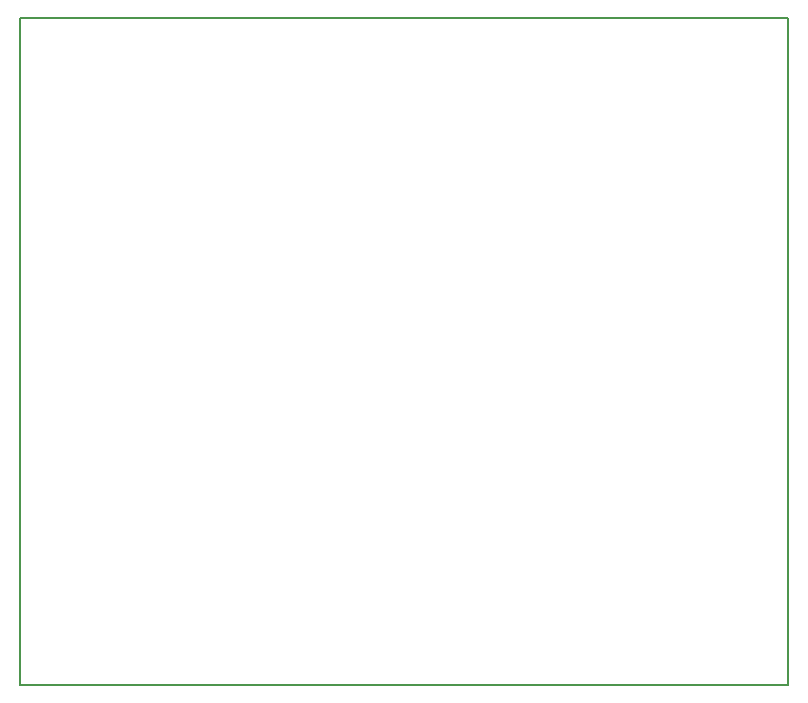
<source format=gbr>
G04 #@! TF.GenerationSoftware,KiCad,Pcbnew,(5.0.0)*
G04 #@! TF.CreationDate,2019-04-02T14:56:13-03:00*
G04 #@! TF.ProjectId,basic-hat,62617369632D6861742E6B696361645F,rev?*
G04 #@! TF.SameCoordinates,Original*
G04 #@! TF.FileFunction,Profile,NP*
%FSLAX46Y46*%
G04 Gerber Fmt 4.6, Leading zero omitted, Abs format (unit mm)*
G04 Created by KiCad (PCBNEW (5.0.0)) date 04/02/19 14:56:13*
%MOMM*%
%LPD*%
G01*
G04 APERTURE LIST*
%ADD10C,0.200000*%
G04 APERTURE END LIST*
D10*
X105000000Y-76500000D02*
X40000000Y-76500000D01*
X40000000Y-20000000D02*
X105000000Y-20000000D01*
X105000000Y-20000000D02*
X105000000Y-76500000D01*
X40000000Y-20000000D02*
X40000000Y-76500000D01*
M02*

</source>
